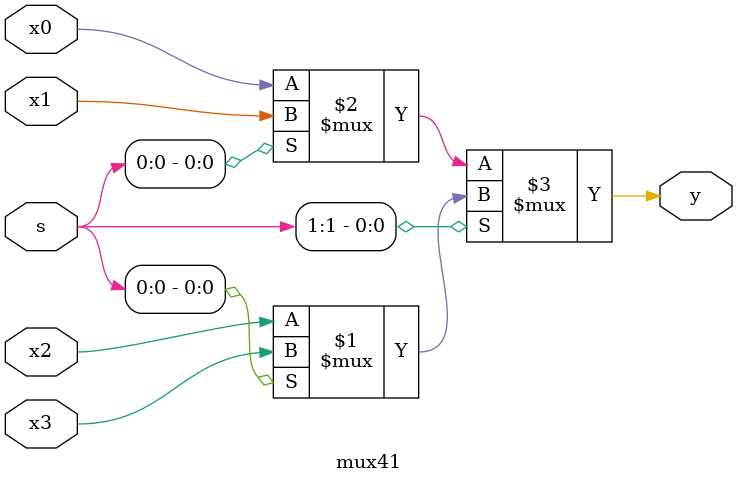
<source format=v>
module mux41 (
    input x0,
    input x1,
    input x2,
    input x3,
    input [1:0] s,
    output y
);

    assign y = s[1]?(s[0]?x3:x2):(s[0]?x1:x0);

endmodule

</source>
